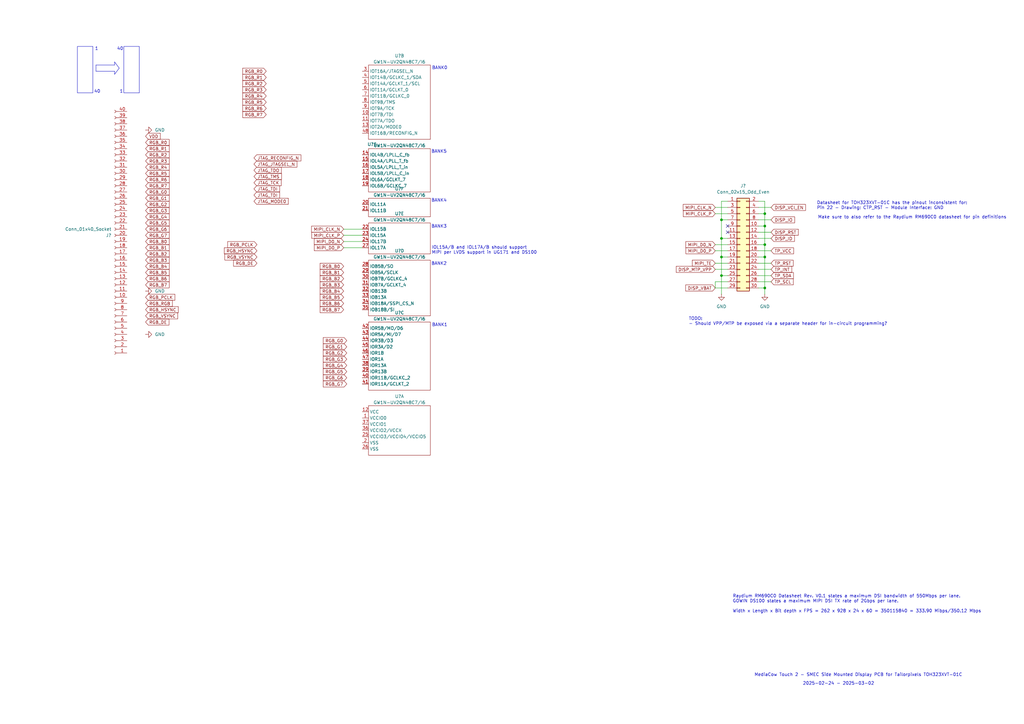
<source format=kicad_sch>
(kicad_sch (version 20231120) (generator "eeschema") (generator_version "8.0")
  (paper "A3")
  (lib_symbols
    (symbol "Connector:Conn_01x40_Socket" (pin_names (offset 1.016) hide)
      (property "Reference" "J" (at 0 50.8 0))
      (property "Value" "Conn_01x40_Socket" (at 0 -53.34 0))
      (symbol "Conn_01x40_Socket_1_1"
        (arc (start 0 -50.292) (mid -0.5058 -50.8) (end 0 -51.308) (stroke (width 0.1524)))
        (arc (start 0 -47.752) (mid -0.5058 -48.26) (end 0 -48.768) (stroke (width 0.1524)))
        (arc (start 0 -45.212) (mid -0.5058 -45.72) (end 0 -46.228) (stroke (width 0.1524)))
        (arc (start 0 -42.672) (mid -0.5058 -43.18) (end 0 -43.688) (stroke (width 0.1524)))
        (arc (start 0 -40.132) (mid -0.5058 -40.64) (end 0 -41.148) (stroke (width 0.1524)))
        (arc (start 0 -37.592) (mid -0.5058 -38.1) (end 0 -38.608) (stroke (width 0.1524)))
        (arc (start 0 -35.052) (mid -0.5058 -35.56) (end 0 -36.068) (stroke (width 0.1524)))
        (arc (start 0 -32.512) (mid -0.5058 -33.02) (end 0 -33.528) (stroke (width 0.1524)))
        (arc (start 0 -29.972) (mid -0.5058 -30.48) (end 0 -30.988) (stroke (width 0.1524)))
        (arc (start 0 -27.432) (mid -0.5058 -27.94) (end 0 -28.448) (stroke (width 0.1524)))
        (arc (start 0 -24.892) (mid -0.5058 -25.4) (end 0 -25.908) (stroke (width 0.1524)))
        (arc (start 0 -22.352) (mid -0.5058 -22.86) (end 0 -23.368) (stroke (width 0.1524)))
        (arc (start 0 -19.812) (mid -0.5058 -20.32) (end 0 -20.828) (stroke (width 0.1524)))
        (arc (start 0 -17.272) (mid -0.5058 -17.78) (end 0 -18.288) (stroke (width 0.1524)))
        (arc (start 0 -14.732) (mid -0.5058 -15.24) (end 0 -15.748) (stroke (width 0.1524)))
        (arc (start 0 -12.192) (mid -0.5058 -12.7) (end 0 -13.208) (stroke (width 0.1524)))
        (arc (start 0 -9.652) (mid -0.5058 -10.16) (end 0 -10.668) (stroke (width 0.1524)))
        (arc (start 0 -7.112) (mid -0.5058 -7.62) (end 0 -8.128) (stroke (width 0.1524)))
        (arc (start 0 -4.572) (mid -0.5058 -5.08) (end 0 -5.588) (stroke (width 0.1524)))
        (arc (start 0 -2.032) (mid -0.5058 -2.54) (end 0 -3.048) (stroke (width 0.1524)))
        (polyline (pts (xy -1.27 -50.8) (xy -0.508 -50.8)) (stroke (width 0.1524)))
        (polyline (pts (xy -1.27 -48.26) (xy -0.508 -48.26)) (stroke (width 0.1524)))
        (polyline (pts (xy -1.27 -45.72) (xy -0.508 -45.72)) (stroke (width 0.1524)))
        (polyline (pts (xy -1.27 -43.18) (xy -0.508 -43.18)) (stroke (width 0.1524)))
        (polyline (pts (xy -1.27 -40.64) (xy -0.508 -40.64)) (stroke (width 0.1524)))
        (polyline (pts (xy -1.27 -38.1) (xy -0.508 -38.1)) (stroke (width 0.1524)))
        (polyline (pts (xy -1.27 -35.56) (xy -0.508 -35.56)) (stroke (width 0.1524)))
        (polyline (pts (xy -1.27 -33.02) (xy -0.508 -33.02)) (stroke (width 0.1524)))
        (polyline (pts (xy -1.27 -30.48) (xy -0.508 -30.48)) (stroke (width 0.1524)))
        (polyline (pts (xy -1.27 -27.94) (xy -0.508 -27.94)) (stroke (width 0.1524)))
        (polyline (pts (xy -1.27 -25.4) (xy -0.508 -25.4)) (stroke (width 0.1524)))
        (polyline (pts (xy -1.27 -22.86) (xy -0.508 -22.86)) (stroke (width 0.1524)))
        (polyline (pts (xy -1.27 -20.32) (xy -0.508 -20.32)) (stroke (width 0.1524)))
        (polyline (pts (xy -1.27 -17.78) (xy -0.508 -17.78)) (stroke (width 0.1524)))
        (polyline (pts (xy -1.27 -15.24) (xy -0.508 -15.24)) (stroke (width 0.1524)))
        (polyline (pts (xy -1.27 -12.7) (xy -0.508 -12.7)) (stroke (width 0.1524)))
        (polyline (pts (xy -1.27 -10.16) (xy -0.508 -10.16)) (stroke (width 0.1524)))
        (polyline (pts (xy -1.27 -7.62) (xy -0.508 -7.62)) (stroke (width 0.1524)))
        (polyline (pts (xy -1.27 -5.08) (xy -0.508 -5.08)) (stroke (width 0.1524)))
        (polyline (pts (xy -1.27 -2.54) (xy -0.508 -2.54)) (stroke (width 0.1524)))
        (polyline (pts (xy -1.27 0) (xy -0.508 0)) (stroke (width 0.1524)))
        (polyline (pts (xy -1.27 2.54) (xy -0.508 2.54)) (stroke (width 0.1524)))
        (polyline (pts (xy -1.27 5.08) (xy -0.508 5.08)) (stroke (width 0.1524)))
        (polyline (pts (xy -1.27 7.62) (xy -0.508 7.62)) (stroke (width 0.1524)))
        (polyline (pts (xy -1.27 10.16) (xy -0.508 10.16)) (stroke (width 0.1524)))
        (polyline (pts (xy -1.27 12.7) (xy -0.508 12.7)) (stroke (width 0.1524)))
        (polyline (pts (xy -1.27 15.24) (xy -0.508 15.24)) (stroke (width 0.1524)))
        (polyline (pts (xy -1.27 17.78) (xy -0.508 17.78)) (stroke (width 0.1524)))
        (polyline (pts (xy -1.27 20.32) (xy -0.508 20.32)) (stroke (width 0.1524)))
        (polyline (pts (xy -1.27 22.86) (xy -0.508 22.86)) (stroke (width 0.1524)))
        (polyline (pts (xy -1.27 25.4) (xy -0.508 25.4)) (stroke (width 0.1524)))
        (polyline (pts (xy -1.27 27.94) (xy -0.508 27.94)) (stroke (width 0.1524)))
        (polyline (pts (xy -1.27 30.48) (xy -0.508 30.48)) (stroke (width 0.1524)))
        (polyline (pts (xy -1.27 33.02) (xy -0.508 33.02)) (stroke (width 0.1524)))
        (polyline (pts (xy -1.27 35.56) (xy -0.508 35.56)) (stroke (width 0.1524)))
        (polyline (pts (xy -1.27 38.1) (xy -0.508 38.1)) (stroke (width 0.1524)))
        (polyline (pts (xy -1.27 40.64) (xy -0.508 40.64)) (stroke (width 0.1524)))
        (polyline (pts (xy -1.27 43.18) (xy -0.508 43.18)) (stroke (width 0.1524)))
        (polyline (pts (xy -1.27 45.72) (xy -0.508 45.72)) (stroke (width 0.1524)))
        (polyline (pts (xy -1.27 48.26) (xy -0.508 48.26)) (stroke (width 0.1524)))
        (arc (start 0 0.508) (mid -0.5058 0) (end 0 -0.508) (stroke (width 0.1524)))
        (arc (start 0 3.048) (mid -0.5058 2.54) (end 0 2.032) (stroke (width 0.1524)))
        (arc (start 0 5.588) (mid -0.5058 5.08) (end 0 4.572) (stroke (width 0.1524)))
        (arc (start 0 8.128) (mid -0.5058 7.62) (end 0 7.112) (stroke (width 0.1524)))
        (arc (start 0 10.668) (mid -0.5058 10.16) (end 0 9.652) (stroke (width 0.1524)))
        (arc (start 0 13.208) (mid -0.5058 12.7) (end 0 12.192) (stroke (width 0.1524)))
        (arc (start 0 15.748) (mid -0.5058 15.24) (end 0 14.732) (stroke (width 0.1524)))
        (arc (start 0 18.288) (mid -0.5058 17.78) (end 0 17.272) (stroke (width 0.1524)))
        (arc (start 0 20.828) (mid -0.5058 20.32) (end 0 19.812) (stroke (width 0.1524)))
        (arc (start 0 23.368) (mid -0.5058 22.86) (end 0 22.352) (stroke (width 0.1524)))
        (arc (start 0 25.908) (mid -0.5058 25.4) (end 0 24.892) (stroke (width 0.1524)))
        (arc (start 0 28.448) (mid -0.5058 27.94) (end 0 27.432) (stroke (width 0.1524)))
        (arc (start 0 30.988) (mid -0.5058 30.48) (end 0 29.972) (stroke (width 0.1524)))
        (arc (start 0 33.528) (mid -0.5058 33.02) (end 0 32.512) (stroke (width 0.1524)))
        (arc (start 0 36.068) (mid -0.5058 35.56) (end 0 35.052) (stroke (width 0.1524)))
        (arc (start 0 38.608) (mid -0.5058 38.1) (end 0 37.592) (stroke (width 0.1524)))
        (arc (start 0 41.148) (mid -0.5058 40.64) (end 0 40.132) (stroke (width 0.1524)))
        (arc (start 0 43.688) (mid -0.5058 43.18) (end 0 42.672) (stroke (width 0.1524)))
        (arc (start 0 46.228) (mid -0.5058 45.72) (end 0 45.212) (stroke (width 0.1524)))
        (arc (start 0 48.768) (mid -0.5058 48.26) (end 0 47.752) (stroke (width 0.1524)))
        (pin passive line (at -5.08 48.26 0) (length 3.81) (name "Pin_1") (number "1"))
        (pin passive line (at -5.08 25.4 0) (length 3.81) (name "Pin_10") (number "10"))
        (pin passive line (at -5.08 22.86 0) (length 3.81) (name "Pin_11") (number "11"))
        (pin passive line (at -5.08 20.32 0) (length 3.81) (name "Pin_12") (number "12"))
        (pin passive line (at -5.08 17.78 0) (length 3.81) (name "Pin_13") (number "13"))
        (pin passive line (at -5.08 15.24 0) (length 3.81) (name "Pin_14") (number "14"))
        (pin passive line (at -5.08 12.7 0) (length 3.81) (name "Pin_15") (number "15"))
        (pin passive line (at -5.08 10.16 0) (length 3.81) (name "Pin_16") (number "16"))
        (pin passive line (at -5.08 7.62 0) (length 3.81) (name "Pin_17") (number "17"))
        (pin passive line (at -5.08 5.08 0) (length 3.81) (name "Pin_18") (number "18"))
        (pin passive line (at -5.08 2.54 0) (length 3.81) (name "Pin_19") (number "19"))
        (pin passive line (at -5.08 45.72 0) (length 3.81) (name "Pin_2") (number "2"))
        (pin passive line (at -5.08 0 0) (length 3.81) (name "Pin_20") (number "20"))
        (pin passive line (at -5.08 -2.54 0) (length 3.81) (name "Pin_21") (number "21"))
        (pin passive line (at -5.08 -5.08 0) (length 3.81) (name "Pin_22") (number "22"))
        (pin passive line (at -5.08 -7.62 0) (length 3.81) (name "Pin_23") (number "23"))
        (pin passive line (at -5.08 -10.16 0) (length 3.81) (name "Pin_24") (number "24"))
        (pin passive line (at -5.08 -12.7 0) (length 3.81) (name "Pin_25") (number "25"))
        (pin passive line (at -5.08 -15.24 0) (length 3.81) (name "Pin_26") (number "26"))
        (pin passive line (at -5.08 -17.78 0) (length 3.81) (name "Pin_27") (number "27"))
        (pin passive line (at -5.08 -20.32 0) (length 3.81) (name "Pin_28") (number "28"))
        (pin passive line (at -5.08 -22.86 0) (length 3.81) (name "Pin_29") (number "29"))
        (pin passive line (at -5.08 43.18 0) (length 3.81) (name "Pin_3") (number "3"))
        (pin passive line (at -5.08 -25.4 0) (length 3.81) (name "Pin_30") (number "30"))
        (pin passive line (at -5.08 -27.94 0) (length 3.81) (name "Pin_31") (number "31"))
        (pin passive line (at -5.08 -30.48 0) (length 3.81) (name "Pin_32") (number "32"))
        (pin passive line (at -5.08 -33.02 0) (length 3.81) (name "Pin_33") (number "33"))
        (pin passive line (at -5.08 -35.56 0) (length 3.81) (name "Pin_34") (number "34"))
        (pin passive line (at -5.08 -38.1 0) (length 3.81) (name "Pin_35") (number "35"))
        (pin passive line (at -5.08 -40.64 0) (length 3.81) (name "Pin_36") (number "36"))
        (pin passive line (at -5.08 -43.18 0) (length 3.81) (name "Pin_37") (number "37"))
        (pin passive line (at -5.08 -45.72 0) (length 3.81) (name "Pin_38") (number "38"))
        (pin passive line (at -5.08 -48.26 0) (length 3.81) (name "Pin_39") (number "39"))
        (pin passive line (at -5.08 40.64 0) (length 3.81) (name "Pin_4") (number "4"))
        (pin passive line (at -5.08 -50.8 0) (length 3.81) (name "Pin_40") (number "40"))
        (pin passive line (at -5.08 38.1 0) (length 3.81) (name "Pin_5") (number "5"))
        (pin passive line (at -5.08 35.56 0) (length 3.81) (name "Pin_6") (number "6"))
        (pin passive line (at -5.08 33.02 0) (length 3.81) (name "Pin_7") (number "7"))
        (pin passive line (at -5.08 30.48 0) (length 3.81) (name "Pin_8") (number "8"))
        (pin passive line (at -5.08 27.94 0) (length 3.81) (name "Pin_9") (number "9"))
      )
    )
    (symbol "Connector_Generic:Conn_02x15_Odd_Even" (pin_names (offset 1.016) hide)
      (property "Reference" "J" (at 1.27 20.32 0))
      (property "Value" "Conn_02x15_Odd_Even" (at 1.27 -20.32 0))
      (symbol "Conn_02x15_Odd_Even_1_1"
        (rectangle (start -1.27 -17.653) (end 0 -17.907) (stroke (width 0.1524)))
        (rectangle (start -1.27 -15.113) (end 0 -15.367) (stroke (width 0.1524)))
        (rectangle (start -1.27 -12.573) (end 0 -12.827) (stroke (width 0.1524)))
        (rectangle (start -1.27 -10.033) (end 0 -10.287) (stroke (width 0.1524)))
        (rectangle (start -1.27 -7.493) (end 0 -7.747) (stroke (width 0.1524)))
        (rectangle (start -1.27 -4.953) (end 0 -5.207) (stroke (width 0.1524)))
        (rectangle (start -1.27 -2.413) (end 0 -2.667) (stroke (width 0.1524)))
        (rectangle (start -1.27 0.127) (end 0 -0.127) (stroke (width 0.1524)))
        (rectangle (start -1.27 2.667) (end 0 2.413) (stroke (width 0.1524)))
        (rectangle (start -1.27 5.207) (end 0 4.953) (stroke (width 0.1524)))
        (rectangle (start -1.27 7.747) (end 0 7.493) (stroke (width 0.1524)))
        (rectangle (start -1.27 10.287) (end 0 10.033) (stroke (width 0.1524)))
        (rectangle (start -1.27 12.827) (end 0 12.573) (stroke (width 0.1524)))
        (rectangle (start -1.27 15.367) (end 0 15.113) (stroke (width 0.1524)))
        (rectangle (start -1.27 17.907) (end 0 17.653) (stroke (width 0.1524)))
        (rectangle (start -1.27 19.05) (end 3.81 -19.05) (stroke (width 0.254)) (fill (type background)))
        (rectangle (start 3.81 -17.653) (end 2.54 -17.907) (stroke (width 0.1524)))
        (rectangle (start 3.81 -15.113) (end 2.54 -15.367) (stroke (width 0.1524)))
        (rectangle (start 3.81 -12.573) (end 2.54 -12.827) (stroke (width 0.1524)))
        (rectangle (start 3.81 -10.033) (end 2.54 -10.287) (stroke (width 0.1524)))
        (rectangle (start 3.81 -7.493) (end 2.54 -7.747) (stroke (width 0.1524)))
        (rectangle (start 3.81 -4.953) (end 2.54 -5.207) (stroke (width 0.1524)))
        (rectangle (start 3.81 -2.413) (end 2.54 -2.667) (stroke (width 0.1524)))
        (rectangle (start 3.81 0.127) (end 2.54 -0.127) (stroke (width 0.1524)))
        (rectangle (start 3.81 2.667) (end 2.54 2.413) (stroke (width 0.1524)))
        (rectangle (start 3.81 5.207) (end 2.54 4.953) (stroke (width 0.1524)))
        (rectangle (start 3.81 7.747) (end 2.54 7.493) (stroke (width 0.1524)))
        (rectangle (start 3.81 10.287) (end 2.54 10.033) (stroke (width 0.1524)))
        (rectangle (start 3.81 12.827) (end 2.54 12.573) (stroke (width 0.1524)))
        (rectangle (start 3.81 15.367) (end 2.54 15.113) (stroke (width 0.1524)))
        (rectangle (start 3.81 17.907) (end 2.54 17.653) (stroke (width 0.1524)))
        (pin passive line (at -5.08 17.78 0) (length 3.81) (name "Pin_1") (number "1"))
        (pin passive line (at 7.62 7.62 180) (length 3.81) (name "Pin_10") (number "10"))
        (pin passive line (at -5.08 5.08 0) (length 3.81) (name "Pin_11") (number "11"))
        (pin passive line (at 7.62 5.08 180) (length 3.81) (name "Pin_12") (number "12"))
        (pin passive line (at -5.08 2.54 0) (length 3.81) (name "Pin_13") (number "13"))
        (pin passive line (at 7.62 2.54 180) (length 3.81) (name "Pin_14") (number "14"))
        (pin passive line (at -5.08 0 0) (length 3.81) (name "Pin_15") (number "15"))
        (pin passive line (at 7.62 0 180) (length 3.81) (name "Pin_16") (number "16"))
        (pin passive line (at -5.08 -2.54 0) (length 3.81) (name "Pin_17") (number "17"))
        (pin passive line (at 7.62 -2.54 180) (length 3.81) (name "Pin_18") (number "18"))
        (pin passive line (at -5.08 -5.08 0) (length 3.81) (name "Pin_19") (number "19"))
        (pin passive line (at 7.62 17.78 180) (length 3.81) (name "Pin_2") (number "2"))
        (pin passive line (at 7.62 -5.08 180) (length 3.81) (name "Pin_20") (number "20"))
        (pin passive line (at -5.08 -7.62 0) (length 3.81) (name "Pin_21") (number "21"))
        (pin passive line (at 7.62 -7.62 180) (length 3.81) (name "Pin_22") (number "22"))
        (pin passive line (at -5.08 -10.16 0) (length 3.81) (name "Pin_23") (number "23"))
        (pin passive line (at 7.62 -10.16 180) (length 3.81) (name "Pin_24") (number "24"))
        (pin passive line (at -5.08 -12.7 0) (length 3.81) (name "Pin_25") (number "25"))
        (pin passive line (at 7.62 -12.7 180) (length 3.81) (name "Pin_26") (number "26"))
        (pin passive line (at -5.08 -15.24 0) (length 3.81) (name "Pin_27") (number "27"))
        (pin passive line (at 7.62 -15.24 180) (length 3.81) (name "Pin_28") (number "28"))
        (pin passive line (at -5.08 -17.78 0) (length 3.81) (name "Pin_29") (number "29"))
        (pin passive line (at -5.08 15.24 0) (length 3.81) (name "Pin_3") (number "3"))
        (pin passive line (at 7.62 -17.78 180) (length 3.81) (name "Pin_30") (number "30"))
        (pin passive line (at 7.62 15.24 180) (length 3.81) (name "Pin_4") (number "4"))
        (pin passive line (at -5.08 12.7 0) (length 3.81) (name "Pin_5") (number "5"))
        (pin passive line (at 7.62 12.7 180) (length 3.81) (name "Pin_6") (number "6"))
        (pin passive line (at -5.08 10.16 0) (length 3.81) (name "Pin_7") (number "7"))
        (pin passive line (at 7.62 10.16 180) (length 3.81) (name "Pin_8") (number "8"))
        (pin passive line (at -5.08 7.62 0) (length 3.81) (name "Pin_9") (number "9"))
      )
    )
    (symbol "mediacow:GW1N-UV2QN48C7"
      (property "Reference" "U" (at 0 -0.254 0))
      (symbol "GW1N-UV2QN48C7_1_1"
        (rectangle (start -12.7 10.16) (end 12.7 -10.16))
        (pin unspecified line (at 15.24 5.08 180) (length 2.54) (name "VCCIO0") (number "1"))
        (pin unspecified line (at 15.24 7.62 180) (length 2.54) (name "VCC") (number "12"))
        (pin unspecified line (at 15.24 -5.08 180) (length 2.54) (name "VSS") (number "2"))
        (pin unspecified line (at 15.24 -2.54 180) (length 2.54) (name "VCCIO3/VCCIO4/VCCIO5") (number "25"))
        (pin unspecified line (at 15.24 -7.62 180) (length 2.54) (name "VSS") (number "26"))
        (pin unspecified line (at 15.24 0 180) (length 2.54) (name "VCCIO2/VCCX") (number "36"))
        (pin unspecified line (at 15.24 2.54 180) (length 2.54) (name "VCCIO1") (number "37"))
      )
      (symbol "GW1N-UV2QN48C7_2_1"
        (rectangle (start -12.7 15.24) (end 12.7 -15.24))
        (pin bidirectional line (at 15.24 -5.08 180) (length 2.54) (name "IOT7B/TDI") (number "10"))
        (pin bidirectional line (at 15.24 -7.62 180) (length 2.54) (name "IOT7A/TDO") (number "11"))
        (pin bidirectional line (at 15.24 -10.16 180) (length 2.54) (name "IOT2A/MODE0") (number "13"))
        (pin bidirectional line (at 15.24 12.7 180) (length 2.54) (name "IOT16A/JTAGSEL_N") (number "3"))
        (pin bidirectional line (at 15.24 10.16 180) (length 2.54) (name "IOT14B/GCLKC_1/SDA") (number "4"))
        (pin bidirectional line (at 15.24 -12.7 180) (length 2.54) (name "IOT16B/RECONFIG_N") (number "48"))
        (pin bidirectional line (at 15.24 7.62 180) (length 2.54) (name "IOT14A/GCLKT_1/SCL") (number "5"))
        (pin bidirectional line (at 15.24 5.08 180) (length 2.54) (name "IOT11A/GCLKT_0") (number "6"))
        (pin bidirectional line (at 15.24 2.54 180) (length 2.54) (name "IOT11B/GCLKC_0") (number "7"))
        (pin bidirectional line (at 15.24 0 180) (length 2.54) (name "IOT9B/TMS") (number "8"))
        (pin bidirectional line (at 15.24 -2.54 180) (length 2.54) (name "IOT9A/TCK") (number "9"))
      )
      (symbol "GW1N-UV2QN48C7_3_1"
        (rectangle (start 12.7 13.97) (end -12.7 -13.97))
        (pin input line (at 15.24 -3.81 180) (length 2.54) (name "IOR13A") (number "38"))
        (pin input line (at 15.24 -6.35 180) (length 2.54) (name "IOR13B") (number "39"))
        (pin input line (at 15.24 -8.89 180) (length 2.54) (name "IOR11B/GCLKC_2") (number "40"))
        (pin input line (at 15.24 -11.43 180) (length 2.54) (name "IOR11A/GCLKT_2") (number "41"))
        (pin input line (at 15.24 11.43 180) (length 2.54) (name "IOR5B/MO/D6") (number "42"))
        (pin input line (at 15.24 8.89 180) (length 2.54) (name "IOR5A/MI/D7") (number "43"))
        (pin input line (at 15.24 6.35 180) (length 2.54) (name "IOR3B/D3") (number "44"))
        (pin input line (at 15.24 3.81 180) (length 2.54) (name "IOR3A/D2") (number "45"))
        (pin input line (at 15.24 1.27 180) (length 2.54) (name "IOR1B") (number "46"))
        (pin input line (at 15.24 -1.27 180) (length 2.54) (name "IOR1A") (number "47"))
      )
      (symbol "GW1N-UV2QN48C7_4_1"
        (rectangle (start 12.7 11.43) (end -12.7 -11.43))
        (pin input line (at 15.24 8.89 180) (length 2.54) (name "IOB5B/SO") (number "28"))
        (pin input line (at 15.24 6.35 180) (length 2.54) (name "IOB5A/SCLK") (number "29"))
        (pin input line (at 15.24 3.81 180) (length 2.54) (name "IOB7B/GCLKC_4") (number "30"))
        (pin input line (at 15.24 1.27 180) (length 2.54) (name "IOB7A/GCLKT_4") (number "31"))
        (pin input line (at 15.24 -1.27 180) (length 2.54) (name "IOB13B") (number "32"))
        (pin input line (at 15.24 -3.81 180) (length 2.54) (name "IOB13A") (number "33"))
        (pin input line (at 15.24 -6.35 180) (length 2.54) (name "IOB18A/SSPI_CS_N") (number "34"))
        (pin input line (at 15.24 -8.89 180) (length 2.54) (name "IOB18B/SI") (number "35"))
      )
      (symbol "GW1N-UV2QN48C7_5_1"
        (rectangle (start -12.7 6.35) (end 12.7 -6.35))
        (pin input line (at 15.24 3.81 180) (length 2.54) (name "IOL15B") (number "22"))
        (pin input line (at 15.24 1.27 180) (length 2.54) (name "IOL15A") (number "23"))
        (pin input line (at 15.24 -1.27 180) (length 2.54) (name "IOL17B") (number "24"))
        (pin input line (at 15.24 -3.81 180) (length 2.54) (name "IOL17A") (number "27"))
      )
      (symbol "GW1N-UV2QN48C7_6_1"
        (rectangle (start 12.7 -3.81) (end -12.7 3.81))
        (pin input line (at 15.24 1.27 180) (length 2.54) (name "IOL11A") (number "20"))
        (pin input line (at 15.24 -1.27 180) (length 2.54) (name "IOL11B") (number "21"))
      )
      (symbol "GW1N-UV2QN48C7_7_1"
        (rectangle (start 12.7 8.89) (end -12.7 -8.89))
        (pin input line (at 15.24 6.35 180) (length 2.54) (name "IOL4B/LPLL_C_fb") (number "14"))
        (pin input line (at 15.24 3.81 180) (length 2.54) (name "IOL4A/LPLL_T_fb") (number "15"))
        (pin input line (at 15.24 1.27 180) (length 2.54) (name "IOL5A/LPLL_T_in") (number "16"))
        (pin input line (at 15.24 -1.27 180) (length 2.54) (name "IOL5B/LPLL_C_in") (number "17"))
        (pin input line (at 15.24 -3.81 180) (length 2.54) (name "IOL6A/GCLKT_7") (number "18"))
        (pin input line (at 15.24 -6.35 180) (length 2.54) (name "IOL6B/GCLKC_7") (number "19"))
      )
    )
    (symbol "power:GND" (power) (pin_numbers hide) (pin_names (offset 0) hide)
      (property "Value" "GND" (at 0 -3.81 0))
      (symbol "GND_0_1"
        (polyline (pts (xy 0 0) (xy 0 -1.27) (xy 1.27 -1.27) (xy 0 -2.54) (xy -1.27 -1.27) (xy 0 -1.27)))
      )
      (symbol "GND_1_1"
        (pin power_in line (at 0 0 270) (length 0) (name "~") (number "1"))
      )
    )
  )
  (junction (at 313.69 105.41))
  (junction (at 295.91 90.17))
  (junction (at 313.69 118.11))
  (junction (at 295.91 97.79))
  (junction (at 295.91 113.03))
  (junction (at 313.69 87.63))
  (junction (at 295.91 105.41))
  (junction (at 313.69 92.71))
  (junction (at 313.69 100.33))
  (no_connect (at 298.45 95.25))
  (no_connect (at 298.45 92.71))
  (wire (pts (xy 140.97 99.06) (xy 148.59 99.06)))
  (polyline (pts (xy 48.895 27.94) (xy 46.99 30.48)))
  (wire (pts (xy 316.23 115.57) (xy 311.15 115.57)))
  (wire (pts (xy 293.37 102.87) (xy 298.45 102.87)))
  (wire (pts (xy 311.15 110.49) (xy 316.23 110.49)))
  (wire (pts (xy 313.69 92.71) (xy 311.15 92.71)))
  (wire (pts (xy 311.15 118.11) (xy 313.69 118.11)))
  (wire (pts (xy 293.37 115.57) (xy 298.45 115.57)))
  (wire (pts (xy 140.97 93.98) (xy 148.59 93.98)))
  (wire (pts (xy 311.15 82.55) (xy 313.69 82.55)))
  (wire (pts (xy 140.97 101.6) (xy 148.59 101.6)))
  (wire (pts (xy 298.45 113.03) (xy 295.91 113.03)))
  (wire (pts (xy 313.69 105.41) (xy 313.69 118.11)))
  (wire (pts (xy 316.23 113.03) (xy 311.15 113.03)))
  (wire (pts (xy 313.69 100.33) (xy 313.69 92.71)))
  (wire (pts (xy 313.69 105.41) (xy 311.15 105.41)))
  (polyline (pts (xy 39.37 26.67) (xy 39.37 29.21)))
  (wire (pts (xy 293.37 107.95) (xy 298.45 107.95)))
  (wire (pts (xy 293.37 87.63) (xy 298.45 87.63)))
  (wire (pts (xy 293.37 115.57) (xy 293.37 118.11)))
  (wire (pts (xy 295.91 105.41) (xy 295.91 113.03)))
  (wire (pts (xy 293.37 100.33) (xy 298.45 100.33)))
  (wire (pts (xy 313.69 118.11) (xy 313.69 120.65)))
  (polyline (pts (xy 46.99 26.67) (xy 46.99 25.4)))
  (wire (pts (xy 316.23 95.25) (xy 311.15 95.25)))
  (wire (pts (xy 298.45 82.55) (xy 295.91 82.55)))
  (wire (pts (xy 313.69 82.55) (xy 313.69 87.63)))
  (wire (pts (xy 293.37 110.49) (xy 298.45 110.49)))
  (wire (pts (xy 313.69 105.41) (xy 313.69 100.33)))
  (wire (pts (xy 313.69 100.33) (xy 311.15 100.33)))
  (wire (pts (xy 295.91 82.55) (xy 295.91 90.17)))
  (polyline (pts (xy 46.99 25.4) (xy 48.895 27.94)))
  (wire (pts (xy 316.23 102.87) (xy 311.15 102.87)))
  (wire (pts (xy 313.69 87.63) (xy 313.69 92.71)))
  (wire (pts (xy 298.45 90.17) (xy 295.91 90.17)))
  (wire (pts (xy 140.97 96.52) (xy 148.59 96.52)))
  (wire (pts (xy 293.37 118.11) (xy 298.45 118.11)))
  (wire (pts (xy 316.23 85.09) (xy 311.15 85.09)))
  (wire (pts (xy 295.91 113.03) (xy 295.91 120.65)))
  (wire (pts (xy 295.91 105.41) (xy 295.91 97.79)))
  (wire (pts (xy 316.23 90.17) (xy 311.15 90.17)))
  (wire (pts (xy 316.23 97.79) (xy 311.15 97.79)))
  (wire (pts (xy 293.37 85.09) (xy 298.45 85.09)))
  (polyline (pts (xy 46.99 30.48) (xy 46.99 29.21)))
  (wire (pts (xy 298.45 105.41) (xy 295.91 105.41)))
  (wire (pts (xy 295.91 97.79) (xy 298.45 97.79)))
  (wire (pts (xy 311.15 107.95) (xy 316.23 107.95)))
  (polyline (pts (xy 39.37 26.67) (xy 46.99 26.67)))
  (polyline (pts (xy 46.99 29.21) (xy 39.37 29.21)))
  (wire (pts (xy 311.15 87.63) (xy 313.69 87.63)))
  (wire (pts (xy 295.91 90.17) (xy 295.91 97.79)))
  (rectangle (start 50.8 19.05) (end 57.15 38.1))
  (rectangle (start 31.75 19.05) (end 38.1 38.1))
  (text "IOL15A/B and IOL17A/B should support\nMIPI per LVDS support in UG171 and DS100" (at 177.038 102.616 0) (effects (font (size 1.27 1.27)) (justify left)))
  (text "BANK0" (at 180.34 27.94 0) (effects (font (size 1.27 1.27))))
  (text "1" (at 39.624 20.066 0) (effects (font (size 1.27 1.27))))
  (text "MediaCow Touch 2 - SMEC Side Mounted Display PCB for Tailorpixels TOH323XVT-01C" (at 352.044 276.86 0) (effects (font (size 1.27 1.27))))
  (text "40" (at 49.276 20.066 0) (effects (font (size 1.27 1.27))))
  (text "BANK4" (at 180.086 82.296 0) (effects (font (size 1.27 1.27))))
  (text "BANK1" (at 180.34 133.35 0) (effects (font (size 1.27 1.27))))
  (text "1" (at 49.784 37.592 0) (effects (font (size 1.27 1.27))))
  (text "40" (at 39.878 37.592 0) (effects (font (size 1.27 1.27))))
  (text "TODO:\n- Should VPP/MTP be exposed via a separate header for in-circuit programming?" (at 282.448 131.826 0) (effects (font (size 1.27 1.27)) (justify left)))
  (text "Datasheet for TOH323XVT-01C has the pinout inconsistent for:\nPin 22 - Drawing: CTP_RST - Module Interface: GND" (at 335.026 84.328 0) (effects (font (size 1.27 1.27)) (justify left)))
  (text "Make sure to also refer to the Raydium RM690C0 datasheet for pin definitions" (at 374.142 89.154 0) (effects (font (size 1.27 1.27))))
  (text "BANK5" (at 180.086 62.23 0) (effects (font (size 1.27 1.27))))
  (text "TODO: find out if these pins have important alternate functions and move data pins if they do" (at 209.296 -9.652 0) (effects (font (size 1.27 1.27))))
  (text "BANK3" (at 180.086 92.964 0) (effects (font (size 1.27 1.27))))
  (text "BANK2\n" (at 180.086 108.204 0) (effects (font (size 1.27 1.27))))
  (text "2025-02-24 - 2025-03-02" (at 343.916 280.416 0) (effects (font (size 1.27 1.27))))
  (text "Raydium RM690C0 Datasheet Rev. V0.1 states a maximum DSI bandwidth of 550Mbps per lane.\nGOWIN DS100 states a maximum MIPI DSI TX rate of 2Gbps per lane.\n\nWidth x Length x Bit depth x FPS = 262 x 928 x 24 x 60 = 350115840 = 333.90 Mibps/350.12 Mbps" (at 300.482 247.65 0) (effects (font (size 1.27 1.27)) (justify left)))
  (global_label "JTAG_TDI" (shape input) (at 104.14 80.01 0) (property "Intersheetrefs" "${INTERSHEET_REFS}" (effects (hide yes))))
  (global_label "RGB_VSYNC" (shape input) (at 59.69 129.54 0) (property "Intersheetrefs" "${INTERSHEET_REFS}" (effects (hide yes))))
  (global_label "RGB_G2" (shape input) (at 59.69 83.82 0) (property "Intersheetrefs" "${INTERSHEET_REFS}" (effects (hide yes))))
  (global_label "JTAG_TMS" (shape input) (at 104.14 72.39 0) (property "Intersheetrefs" "${INTERSHEET_REFS}" (effects (hide yes))))
  (global_label "DISP_MTP_VPP" (shape input) (at 293.37 110.49 180) (property "Intersheetrefs" "${INTERSHEET_REFS}" (effects (hide yes))))
  (global_label "RGB_G4" (shape input) (at 142.24 149.86 180) (property "Intersheetrefs" "${INTERSHEET_REFS}" (effects (hide yes))))
  (global_label "JTAG_TCK" (shape input) (at 104.14 74.93 0) (property "Intersheetrefs" "${INTERSHEET_REFS}" (effects (hide yes))))
  (global_label "RGB_G0" (shape input) (at 59.69 78.74 0) (property "Intersheetrefs" "${INTERSHEET_REFS}" (effects (hide yes))))
  (global_label "DISP_IO" (shape input) (at 316.23 90.17 0) (property "Intersheetrefs" "${INTERSHEET_REFS}" (effects (hide yes))))
  (global_label "RGB_B7" (shape input) (at 59.69 116.84 0) (property "Intersheetrefs" "${INTERSHEET_REFS}" (effects (hide yes))))
  (global_label "JTAG_TDO" (shape input) (at 104.14 69.85 0) (property "Intersheetrefs" "${INTERSHEET_REFS}" (effects (hide yes))))
  (global_label "MIPI_CLK_N" (shape input) (at 293.37 85.09 180) (property "Intersheetrefs" "${INTERSHEET_REFS}" (effects (hide yes))))
  (global_label "RGB_R0" (shape input) (at 109.22 29.21 180) (property "Intersheetrefs" "${INTERSHEET_REFS}" (effects (hide yes))))
  (global_label "RGB_B5" (shape input) (at 59.69 111.76 0) (property "Intersheetrefs" "${INTERSHEET_REFS}" (effects (hide yes))))
  (global_label "RGB_R7" (shape input) (at 59.69 76.2 0) (property "Intersheetrefs" "${INTERSHEET_REFS}" (effects (hide yes))))
  (global_label "RGB_PCLK" (shape input) (at 105.41 100.33 180) (property "Intersheetrefs" "${INTERSHEET_REFS}" (effects (hide yes))))
  (global_label "TP_SDA" (shape input) (at 316.23 113.03 0) (property "Intersheetrefs" "${INTERSHEET_REFS}" (effects (hide yes))))
  (global_label "RGB_DE" (shape input) (at 105.41 107.95 180) (property "Intersheetrefs" "${INTERSHEET_REFS}" (effects (hide yes))))
  (global_label "RGB_R7" (shape input) (at 109.22 46.99 180) (property "Intersheetrefs" "${INTERSHEET_REFS}" (effects (hide yes))))
  (global_label "RGB_HSYNC" (shape input) (at 59.69 127 0) (property "Intersheetrefs" "${INTERSHEET_REFS}" (effects (hide yes))))
  (global_label "RGB_R5" (shape input) (at 109.22 41.91 180) (property "Intersheetrefs" "${INTERSHEET_REFS}" (effects (hide yes))))
  (global_label "DISP_VCI_EN" (shape input) (at 316.23 85.09 0) (property "Intersheetrefs" "${INTERSHEET_REFS}" (effects (hide yes))))
  (global_label "DISP_VBAT" (shape input) (at 293.37 118.11 180) (property "Intersheetrefs" "${INTERSHEET_REFS}" (effects (hide yes))))
  (global_label "MIPI_D0_P" (shape input) (at 140.97 101.6 180) (property "Intersheetrefs" "${INTERSHEET_REFS}" (effects (hide yes))))
  (global_label "JTAG_TDI" (shape input) (at 104.14 77.47 0) (property "Intersheetrefs" "${INTERSHEET_REFS}" (effects (hide yes))))
  (global_label "RGB_G5" (shape input) (at 142.24 152.4 180) (property "Intersheetrefs" "${INTERSHEET_REFS}" (effects (hide yes))))
  (global_label "MIPI_D0_N" (shape input) (at 140.97 99.06 180) (property "Intersheetrefs" "${INTERSHEET_REFS}" (effects (hide yes))))
  (global_label "RGB_G2" (shape input) (at 142.24 144.78 180) (property "Intersheetrefs" "${INTERSHEET_REFS}" (effects (hide yes))))
  (global_label "RGB_R2" (shape input) (at 59.69 63.5 0) (property "Intersheetrefs" "${INTERSHEET_REFS}" (effects (hide yes))))
  (global_label "RGB_R3" (shape input) (at 109.22 36.83 180) (property "Intersheetrefs" "${INTERSHEET_REFS}" (effects (hide yes))))
  (global_label "RGB_R6" (shape input) (at 109.22 44.45 180) (property "Intersheetrefs" "${INTERSHEET_REFS}" (effects (hide yes))))
  (global_label "RGB_PCLK" (shape input) (at 59.69 121.92 0) (property "Intersheetrefs" "${INTERSHEET_REFS}" (effects (hide yes))))
  (global_label "RGB_R3" (shape input) (at 59.69 66.04 0) (property "Intersheetrefs" "${INTERSHEET_REFS}" (effects (hide yes))))
  (global_label "MIPI_CLK_N" (shape input) (at 140.97 93.98 180) (property "Intersheetrefs" "${INTERSHEET_REFS}" (effects (hide yes))))
  (global_label "RGB_B0" (shape input) (at 59.69 99.06 0) (property "Intersheetrefs" "${INTERSHEET_REFS}" (effects (hide yes))))
  (global_label "RGB_G0" (shape input) (at 142.24 139.7 180) (property "Intersheetrefs" "${INTERSHEET_REFS}" (effects (hide yes))))
  (global_label "MIPI_CLK_P" (shape input) (at 293.37 87.63 180) (property "Intersheetrefs" "${INTERSHEET_REFS}" (effects (hide yes))))
  (global_label "RGB_G6" (shape input) (at 142.24 154.94 180) (property "Intersheetrefs" "${INTERSHEET_REFS}" (effects (hide yes))))
  (global_label "RGB_G6" (shape input) (at 59.69 93.98 0) (property "Intersheetrefs" "${INTERSHEET_REFS}" (effects (hide yes))))
  (global_label "RGB_G5" (shape input) (at 59.69 91.44 0) (property "Intersheetrefs" "${INTERSHEET_REFS}" (effects (hide yes))))
  (global_label "MIPI_CLK_P" (shape input) (at 140.97 96.52 180) (property "Intersheetrefs" "${INTERSHEET_REFS}" (effects (hide yes))))
  (global_label "RGB_R4" (shape input) (at 59.69 68.58 0) (property "Intersheetrefs" "${INTERSHEET_REFS}" (effects (hide yes))))
  (global_label "RGB_R0" (shape input) (at 59.69 58.42 0) (property "Intersheetrefs" "${INTERSHEET_REFS}" (effects (hide yes))))
  (global_label "MIPI_D0_P" (shape input) (at 293.37 102.87 180) (property "Intersheetrefs" "${INTERSHEET_REFS}" (effects (hide yes))))
  (global_label "RGB_B2" (shape input) (at 140.97 114.3 180) (property "Intersheetrefs" "${INTERSHEET_REFS}" (effects (hide yes))))
  (global_label "RGB_G7" (shape input) (at 59.69 96.52 0) (property "Intersheetrefs" "${INTERSHEET_REFS}" (effects (hide yes))))
  (global_label "MIPI_TE" (shape input) (at 293.37 107.95 180) (property "Intersheetrefs" "${INTERSHEET_REFS}" (effects (hide yes))))
  (global_label "JTAG_RECONFIG_N" (shape input) (at 104.14 64.77 0) (property "Intersheetrefs" "${INTERSHEET_REFS}" (effects (hide yes))))
  (global_label "RGB_B0" (shape input) (at 140.97 109.22 180) (property "Intersheetrefs" "${INTERSHEET_REFS}" (effects (hide yes))))
  (global_label "VDD" (shape input) (at 59.69 55.88 0) (property "Intersheetrefs" "${INTERSHEET_REFS}" (effects (hide yes))))
  (global_label "RGB_HSYNC" (shape input) (at 105.41 102.87 180) (property "Intersheetrefs" "${INTERSHEET_REFS}" (effects (hide yes))))
  (global_label "RGB_B1" (shape input) (at 59.69 101.6 0) (property "Intersheetrefs" "${INTERSHEET_REFS}" (effects (hide yes))))
  (global_label "RGB_B2" (shape input) (at 59.69 104.14 0) (property "Intersheetrefs" "${INTERSHEET_REFS}" (effects (hide yes))))
  (global_label "RGB_B1" (shape input) (at 140.97 111.76 180) (property "Intersheetrefs" "${INTERSHEET_REFS}" (effects (hide yes))))
  (global_label "RGB_R2" (shape input) (at 109.22 34.29 180) (property "Intersheetrefs" "${INTERSHEET_REFS}" (effects (hide yes))))
  (global_label "RGB_B3" (shape input) (at 59.69 106.68 0) (property "Intersheetrefs" "${INTERSHEET_REFS}" (effects (hide yes))))
  (global_label "JTAG_JTAGSEL_N" (shape input) (at 104.14 67.31 0) (property "Intersheetrefs" "${INTERSHEET_REFS}" (effects (hide yes))))
  (global_label "RGB_G7" (shape input) (at 142.24 157.48 180) (property "Intersheetrefs" "${INTERSHEET_REFS}" (effects (hide yes))))
  (global_label "RGB_G3" (shape input) (at 142.24 147.32 180) (property "Intersheetrefs" "${INTERSHEET_REFS}" (effects (hide yes))))
  (global_label "RGB_R1" (shape input) (at 109.22 31.75 180) (property "Intersheetrefs" "${INTERSHEET_REFS}" (effects (hide yes))))
  (global_label "RGB_B5" (shape input) (at 140.97 121.92 180) (property "Intersheetrefs" "${INTERSHEET_REFS}" (effects (hide yes))))
  (global_label "RGB_VSYNC" (shape input) (at 105.41 105.41 180) (property "Intersheetrefs" "${INTERSHEET_REFS}" (effects (hide yes))))
  (global_label "RGB_B6" (shape input) (at 140.97 124.46 180) (property "Intersheetrefs" "${INTERSHEET_REFS}" (effects (hide yes))))
  (global_label "RGB_DE" (shape input) (at 59.69 132.08 0) (property "Intersheetrefs" "${INTERSHEET_REFS}" (effects (hide yes))))
  (global_label "RGB_B4" (shape input) (at 140.97 119.38 180) (property "Intersheetrefs" "${INTERSHEET_REFS}" (effects (hide yes))))
  (global_label "RGB_R6" (shape input) (at 59.69 73.66 0) (property "Intersheetrefs" "${INTERSHEET_REFS}" (effects (hide yes))))
  (global_label "RGB_G1" (shape input) (at 142.24 142.24 180) (property "Intersheetrefs" "${INTERSHEET_REFS}" (effects (hide yes))))
  (global_label "DISP_RST" (shape input) (at 316.23 95.25 0) (property "Intersheetrefs" "${INTERSHEET_REFS}" (effects (hide yes))))
  (global_label "RGB_G3" (shape input) (at 59.69 86.36 0) (property "Intersheetrefs" "${INTERSHEET_REFS}" (effects (hide yes))))
  (global_label "MIPI_D0_N" (shape input) (at 293.37 100.33 180) (property "Intersheetrefs" "${INTERSHEET_REFS}" (effects (hide yes))))
  (global_label "JTAG_MODE0" (shape input) (at 104.14 82.55 0) (property "Intersheetrefs" "${INTERSHEET_REFS}" (effects (hide yes))))
  (global_label "RGB_R5" (shape input) (at 59.69 71.12 0) (property "Intersheetrefs" "${INTERSHEET_REFS}" (effects (hide yes))))
  (global_label "DISP_ID" (shape input) (at 316.23 97.79 0) (property "Intersheetrefs" "${INTERSHEET_REFS}" (effects (hide yes))))
  (global_label "TP_VCC" (shape input) (at 316.23 102.87 0) (property "Intersheetrefs" "${INTERSHEET_REFS}" (effects (hide yes))))
  (global_label "RGB_RGB" (shape input) (at 59.69 124.46 0) (property "Intersheetrefs" "${INTERSHEET_REFS}" (effects (hide yes))))
  (global_label "TP_INT" (shape input) (at 316.23 110.49 0) (property "Intersheetrefs" "${INTERSHEET_REFS}" (effects (hide yes))))
  (global_label "RGB_B4" (shape input) (at 59.69 109.22 0) (property "Intersheetrefs" "${INTERSHEET_REFS}" (effects (hide yes))))
  (global_label "RGB_R1" (shape input) (at 59.69 60.96 0) (property "Intersheetrefs" "${INTERSHEET_REFS}" (effects (hide yes))))
  (global_label "RGB_G4" (shape input) (at 59.69 88.9 0) (property "Intersheetrefs" "${INTERSHEET_REFS}" (effects (hide yes))))
  (global_label "RGB_G1" (shape input) (at 59.69 81.28 0) (property "Intersheetrefs" "${INTERSHEET_REFS}" (effects (hide yes))))
  (global_label "RGB_R4" (shape input) (at 109.22 39.37 180) (property "Intersheetrefs" "${INTERSHEET_REFS}" (effects (hide yes))))
  (global_label "RGB_B6" (shape input) (at 59.69 114.3 0) (property "Intersheetrefs" "${INTERSHEET_REFS}" (effects (hide yes))))
  (global_label "TP_RST" (shape input) (at 316.23 107.95 0) (property "Intersheetrefs" "${INTERSHEET_REFS}" (effects (hide yes))))
  (global_label "TP_SCL" (shape input) (at 316.23 115.57 0) (property "Intersheetrefs" "${INTERSHEET_REFS}" (effects (hide yes))))
  (global_label "RGB_B3" (shape input) (at 140.97 116.84 180) (property "Intersheetrefs" "${INTERSHEET_REFS}" (effects (hide yes))))
  (global_label "RGB_B7" (shape input) (at 140.97 127 180) (property "Intersheetrefs" "${INTERSHEET_REFS}" (effects (hide yes))))
  (symbol (lib_id "Connector_Generic:Conn_02x15_Odd_Even") (at 303.53 100.33 0) (unit 1)
    (property "Reference" "J?" (at 304.8 76.2 0))
    (property "Value" "Conn_02x15_Odd_Even" (at 304.8 78.74 0))
    (property "Description" "Generic connector, double row, 02x15, odd/even pin numbering scheme (row 1 odd numbers, row 2 even numbers), script generated (kicad-library-utils/schlib/autogen/connector/)" (effects (hide yes)))
  )
  (symbol (lib_id "mediacow:GW1N-UV2QN48C7") (at 163.83 146.05 0) (mirror y) (unit 3)
    (property "Reference" "U?" (at 163.83 128.27 0))
    (property "Value" "GW1N-UV2QN48C7/I6" (at 163.83 130.81 0))
    (property "Footprint" "Package_DFN_QFN:QFN-48-1EP_6x6mm_P0.4mm_EP4.2x4.2mm_ThermalVias" (effects (hide yes)))
  )
  (symbol (lib_id "power:GND") (at 59.69 137.16 90) (unit 1)
    (property "Reference" "#PWR02" (effects (hide yes)))
    (property "Value" "GND" (at 63.5 137.1599 90) (effects (justify right)))
    (property "Description" "Power symbol creates a global label with name \"GND\" , ground" (effects (hide yes)))
  )
  (symbol (lib_id "mediacow:GW1N-UV2QN48C7") (at 163.83 69.85 0) (mirror y) (unit 7)
    (property "Reference" "U?" (at 152.654 59.182 0))
    (property "Value" "GW1N-UV2QN48C7/I6" (at 163.83 59.69 0))
    (property "Footprint" "Package_DFN_QFN:QFN-48-1EP_6x6mm_P0.4mm_EP4.2x4.2mm_ThermalVias" (effects (hide yes)))
  )
  (symbol (lib_id "power:GND") (at 59.69 53.34 90) (unit 1)
    (property "Reference" "#PWR03" (effects (hide yes)))
    (property "Value" "GND" (at 63.5 53.3399 90) (effects (justify right)))
    (property "Description" "Power symbol creates a global label with name \"GND\" , ground" (effects (hide yes)))
  )
  (symbol (lib_id "mediacow:GW1N-UV2QN48C7") (at 163.83 176.53 0) (mirror y) (unit 1)
    (property "Reference" "U?" (at 163.83 162.56 0))
    (property "Value" "GW1N-UV2QN48C7/I6" (at 163.83 165.1 0))
    (property "Footprint" "Package_DFN_QFN:QFN-48-1EP_6x6mm_P0.4mm_EP4.2x4.2mm_ThermalVias" (effects (hide yes)))
  )
  (symbol (lib_id "power:GND") (at 59.69 119.38 90) (unit 1)
    (property "Reference" "#PWR01" (effects (hide yes)))
    (property "Value" "GND" (at 63.5 119.3799 90) (effects (justify right)))
    (property "Description" "Power symbol creates a global label with name \"GND\" , ground" (effects (hide yes)))
  )
  (symbol (lib_id "mediacow:GW1N-UV2QN48C7") (at 163.83 41.91 0) (mirror y) (unit 2)
    (property "Reference" "U?" (at 163.83 22.86 0))
    (property "Value" "GW1N-UV2QN48C7/I6" (at 163.83 25.4 0))
    (property "Footprint" "Package_DFN_QFN:QFN-48-1EP_6x6mm_P0.4mm_EP4.2x4.2mm_ThermalVias" (effects (hide yes)))
  )
  (symbol (lib_id "mediacow:GW1N-UV2QN48C7") (at 163.83 85.09 0) (mirror y) (unit 6)
    (property "Reference" "U?" (at 163.83 77.47 0))
    (property "Value" "GW1N-UV2QN48C7/I6" (at 163.83 80.01 0))
    (property "Footprint" "Package_DFN_QFN:QFN-48-1EP_6x6mm_P0.4mm_EP4.2x4.2mm_ThermalVias" (effects (hide yes)))
  )
  (symbol (lib_id "Connector:Conn_01x40_Socket") (at 46.99 96.52 180) (unit 1)
    (property "Reference" "J?" (at 45.72 96.5201 0) (effects (justify left)))
    (property "Value" "Conn_01x40_Socket" (at 45.72 93.9801 0) (effects (justify left)))
    (property "Description" "Generic connector, single row, 01x40, script generated" (effects (hide yes)))
  )
  (symbol (lib_id "mediacow:GW1N-UV2QN48C7") (at 163.83 118.11 0) (mirror y) (unit 4)
    (property "Reference" "U?" (at 163.83 102.87 0))
    (property "Value" "GW1N-UV2QN48C7/I6" (at 163.83 105.41 0))
    (property "Footprint" "Package_DFN_QFN:QFN-48-1EP_6x6mm_P0.4mm_EP4.2x4.2mm_ThermalVias" (effects (hide yes)))
  )
  (symbol (lib_id "power:GND") (at 295.91 120.65 0) (unit 1)
    (property "Reference" "#PWR04" (effects (hide yes)))
    (property "Value" "GND" (at 295.91 125.73 0))
    (property "Description" "Power symbol creates a global label with name \"GND\" , ground" (effects (hide yes)))
  )
  (symbol (lib_id "power:GND") (at 313.69 120.65 0) (unit 1)
    (property "Reference" "#PWR05" (effects (hide yes)))
    (property "Value" "GND" (at 313.69 125.73 0))
    (property "Description" "Power symbol creates a global label with name \"GND\" , ground" (effects (hide yes)))
  )
  (symbol (lib_id "mediacow:GW1N-UV2QN48C7") (at 163.83 97.79 0) (mirror y) (unit 5)
    (property "Reference" "U?" (at 163.83 87.63 0))
    (property "Value" "GW1N-UV2QN48C7/I6" (at 163.83 90.17 0))
    (property "Footprint" "Package_DFN_QFN:QFN-48-1EP_6x6mm_P0.4mm_EP4.2x4.2mm_ThermalVias" (effects (hide yes)))
  )
)
</source>
